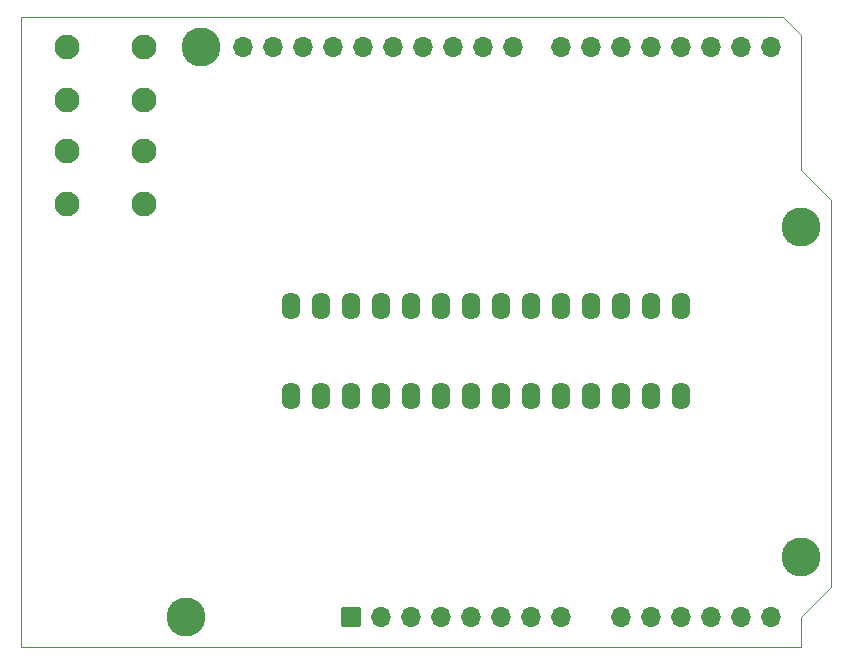
<source format=gbr>
%TF.GenerationSoftware,KiCad,Pcbnew,(7.0.0)*%
%TF.CreationDate,2023-03-08T16:41:05-05:00*%
%TF.ProjectId,RESTORE_AVR_FUSES_SPI,52455354-4f52-4455-9f41-56525f465553,rev?*%
%TF.SameCoordinates,Original*%
%TF.FileFunction,Soldermask,Bot*%
%TF.FilePolarity,Negative*%
%FSLAX46Y46*%
G04 Gerber Fmt 4.6, Leading zero omitted, Abs format (unit mm)*
G04 Created by KiCad (PCBNEW (7.0.0)) date 2023-03-08 16:41:05*
%MOMM*%
%LPD*%
G01*
G04 APERTURE LIST*
G04 Aperture macros list*
%AMRoundRect*
0 Rectangle with rounded corners*
0 $1 Rounding radius*
0 $2 $3 $4 $5 $6 $7 $8 $9 X,Y pos of 4 corners*
0 Add a 4 corners polygon primitive as box body*
4,1,4,$2,$3,$4,$5,$6,$7,$8,$9,$2,$3,0*
0 Add four circle primitives for the rounded corners*
1,1,$1+$1,$2,$3*
1,1,$1+$1,$4,$5*
1,1,$1+$1,$6,$7*
1,1,$1+$1,$8,$9*
0 Add four rect primitives between the rounded corners*
20,1,$1+$1,$2,$3,$4,$5,0*
20,1,$1+$1,$4,$5,$6,$7,0*
20,1,$1+$1,$6,$7,$8,$9,0*
20,1,$1+$1,$8,$9,$2,$3,0*%
G04 Aperture macros list end*
%TA.AperFunction,Profile*%
%ADD10C,0.100000*%
%TD*%
%ADD11C,2.101600*%
%ADD12C,3.301600*%
%ADD13RoundRect,0.050800X0.800000X-0.800000X0.800000X0.800000X-0.800000X0.800000X-0.800000X-0.800000X0*%
%ADD14O,1.701600X1.701600*%
%ADD15O,1.602740X2.301240*%
G04 APERTURE END LIST*
D10*
%TO.C,A1*%
X101600000Y-76200000D02*
X101600000Y-129540000D01*
X101600000Y-129540000D02*
X167640000Y-129540000D01*
X166120000Y-76200000D02*
X101600000Y-76200000D01*
X167640000Y-77720000D02*
X166120000Y-76200000D01*
X167640000Y-89150000D02*
X167640000Y-77720000D01*
X167640000Y-127000000D02*
X170180000Y-124460000D01*
X167640000Y-129540000D02*
X167640000Y-127000000D01*
X170180000Y-91690000D02*
X167640000Y-89150000D01*
X170180000Y-124460000D02*
X170180000Y-91690000D01*
%TD*%
D11*
%TO.C,SW2*%
X105514000Y-78740000D03*
X112014000Y-78740000D03*
X105514000Y-83240000D03*
X112014000Y-83240000D03*
%TD*%
D12*
%TO.C,A1*%
X115570000Y-127000000D03*
X116840000Y-78740000D03*
X167640000Y-93980000D03*
X167640000Y-121920000D03*
D13*
X129540000Y-127000000D03*
D14*
X132079999Y-126999999D03*
X134619999Y-126999999D03*
X137159999Y-126999999D03*
X139699999Y-126999999D03*
X142239999Y-126999999D03*
X144779999Y-126999999D03*
X147319999Y-126999999D03*
X152399999Y-126999999D03*
X154939999Y-126999999D03*
X157479999Y-126999999D03*
X160019999Y-126999999D03*
X162559999Y-126999999D03*
X165099999Y-126999999D03*
X165099999Y-78739999D03*
X162559999Y-78739999D03*
X160019999Y-78739999D03*
X157479999Y-78739999D03*
X154939999Y-78739999D03*
X152399999Y-78739999D03*
X149859999Y-78739999D03*
X147319999Y-78739999D03*
X143259999Y-78739999D03*
X140719999Y-78739999D03*
X138179999Y-78739999D03*
X135639999Y-78739999D03*
X133099999Y-78739999D03*
X130559999Y-78739999D03*
X128019999Y-78739999D03*
X125479999Y-78739999D03*
X122939999Y-78739999D03*
X120399999Y-78739999D03*
%TD*%
D15*
%TO.C,ZIF1*%
X124459999Y-100710999D03*
X126999999Y-100710999D03*
X129539999Y-100710999D03*
X132079999Y-100710999D03*
X134619999Y-100710999D03*
X137159999Y-100710999D03*
X139699999Y-100710999D03*
X142239999Y-100710999D03*
X144779999Y-100710999D03*
X147319999Y-100710999D03*
X149859999Y-100710999D03*
X152399999Y-100710999D03*
X154939999Y-100710999D03*
X157479999Y-100710999D03*
X157479999Y-108330999D03*
X154939999Y-108330999D03*
X152399999Y-108330999D03*
X149859999Y-108330999D03*
X147319999Y-108330999D03*
X144779999Y-108330999D03*
X142239999Y-108330999D03*
X139699999Y-108330999D03*
X137159999Y-108330999D03*
X134619999Y-108330999D03*
X132079999Y-108330999D03*
X129539999Y-108330999D03*
X126999999Y-108330999D03*
X124459999Y-108330999D03*
%TD*%
D11*
%TO.C,SW1*%
X105514000Y-87575100D03*
X112014000Y-87575100D03*
X105514000Y-92075100D03*
X112014000Y-92075100D03*
%TD*%
M02*

</source>
